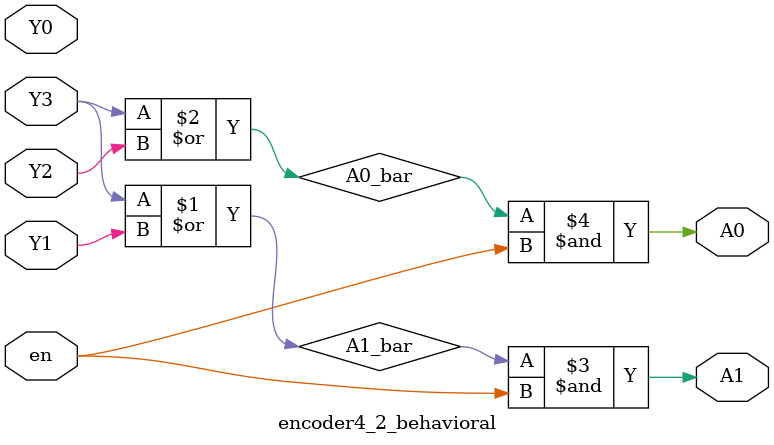
<source format=v>
`timescale 1ns / 1ps


module encoder4_2_behavioral(
    input en,
    input Y3,Y2,Y1,Y0,
    output A1,A0
    );
    
    wire A1_bar,A0_bar;
    
    assign A1_bar = ( Y3 | Y1 );
    assign A0_bar = ( Y3 | Y2 );
    assign A1 = (A1_bar & en);
    assign A0 = (A0_bar & en);
    
endmodule

</source>
